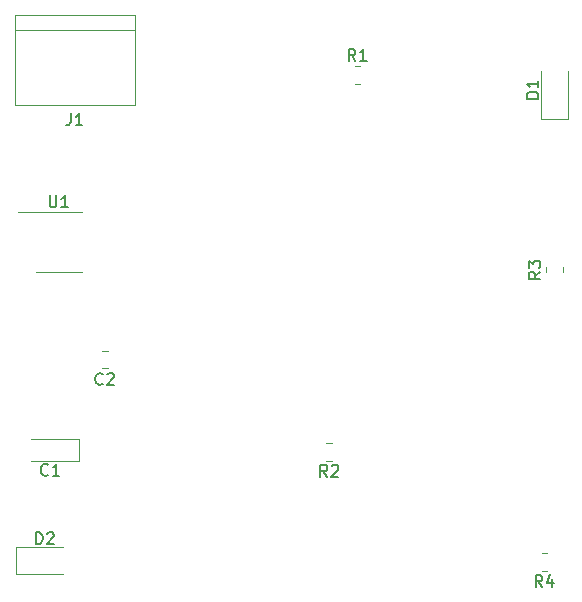
<source format=gbr>
%TF.GenerationSoftware,KiCad,Pcbnew,(6.0.11-0)*%
%TF.CreationDate,2023-03-02T14:01:40-08:00*%
%TF.ProjectId,KICAD Part Two,4b494341-4420-4506-9172-742054776f2e,rev?*%
%TF.SameCoordinates,Original*%
%TF.FileFunction,Legend,Top*%
%TF.FilePolarity,Positive*%
%FSLAX46Y46*%
G04 Gerber Fmt 4.6, Leading zero omitted, Abs format (unit mm)*
G04 Created by KiCad (PCBNEW (6.0.11-0)) date 2023-03-02 14:01:40*
%MOMM*%
%LPD*%
G01*
G04 APERTURE LIST*
%ADD10C,0.150000*%
%ADD11C,0.120000*%
G04 APERTURE END LIST*
D10*
%TO.C,C2*%
X190333333Y-111257142D02*
X190285714Y-111304761D01*
X190142857Y-111352380D01*
X190047619Y-111352380D01*
X189904761Y-111304761D01*
X189809523Y-111209523D01*
X189761904Y-111114285D01*
X189714285Y-110923809D01*
X189714285Y-110780952D01*
X189761904Y-110590476D01*
X189809523Y-110495238D01*
X189904761Y-110400000D01*
X190047619Y-110352380D01*
X190142857Y-110352380D01*
X190285714Y-110400000D01*
X190333333Y-110447619D01*
X190714285Y-110447619D02*
X190761904Y-110400000D01*
X190857142Y-110352380D01*
X191095238Y-110352380D01*
X191190476Y-110400000D01*
X191238095Y-110447619D01*
X191285714Y-110542857D01*
X191285714Y-110638095D01*
X191238095Y-110780952D01*
X190666666Y-111352380D01*
X191285714Y-111352380D01*
%TO.C,R3*%
X227402380Y-101766666D02*
X226926190Y-102100000D01*
X227402380Y-102338095D02*
X226402380Y-102338095D01*
X226402380Y-101957142D01*
X226450000Y-101861904D01*
X226497619Y-101814285D01*
X226592857Y-101766666D01*
X226735714Y-101766666D01*
X226830952Y-101814285D01*
X226878571Y-101861904D01*
X226926190Y-101957142D01*
X226926190Y-102338095D01*
X226402380Y-101433333D02*
X226402380Y-100814285D01*
X226783333Y-101147619D01*
X226783333Y-101004761D01*
X226830952Y-100909523D01*
X226878571Y-100861904D01*
X226973809Y-100814285D01*
X227211904Y-100814285D01*
X227307142Y-100861904D01*
X227354761Y-100909523D01*
X227402380Y-101004761D01*
X227402380Y-101290476D01*
X227354761Y-101385714D01*
X227307142Y-101433333D01*
%TO.C,J1*%
X187626666Y-88352380D02*
X187626666Y-89066666D01*
X187579047Y-89209523D01*
X187483809Y-89304761D01*
X187340952Y-89352380D01*
X187245714Y-89352380D01*
X188626666Y-89352380D02*
X188055238Y-89352380D01*
X188340952Y-89352380D02*
X188340952Y-88352380D01*
X188245714Y-88495238D01*
X188150476Y-88590476D01*
X188055238Y-88638095D01*
%TO.C,D2*%
X184681904Y-124832380D02*
X184681904Y-123832380D01*
X184920000Y-123832380D01*
X185062857Y-123880000D01*
X185158095Y-123975238D01*
X185205714Y-124070476D01*
X185253333Y-124260952D01*
X185253333Y-124403809D01*
X185205714Y-124594285D01*
X185158095Y-124689523D01*
X185062857Y-124784761D01*
X184920000Y-124832380D01*
X184681904Y-124832380D01*
X185634285Y-123927619D02*
X185681904Y-123880000D01*
X185777142Y-123832380D01*
X186015238Y-123832380D01*
X186110476Y-123880000D01*
X186158095Y-123927619D01*
X186205714Y-124022857D01*
X186205714Y-124118095D01*
X186158095Y-124260952D01*
X185586666Y-124832380D01*
X186205714Y-124832380D01*
%TO.C,R4*%
X227558333Y-128437380D02*
X227225000Y-127961190D01*
X226986904Y-128437380D02*
X226986904Y-127437380D01*
X227367857Y-127437380D01*
X227463095Y-127485000D01*
X227510714Y-127532619D01*
X227558333Y-127627857D01*
X227558333Y-127770714D01*
X227510714Y-127865952D01*
X227463095Y-127913571D01*
X227367857Y-127961190D01*
X226986904Y-127961190D01*
X228415476Y-127770714D02*
X228415476Y-128437380D01*
X228177380Y-127389761D02*
X227939285Y-128104047D01*
X228558333Y-128104047D01*
%TO.C,C1*%
X185713333Y-118937142D02*
X185665714Y-118984761D01*
X185522857Y-119032380D01*
X185427619Y-119032380D01*
X185284761Y-118984761D01*
X185189523Y-118889523D01*
X185141904Y-118794285D01*
X185094285Y-118603809D01*
X185094285Y-118460952D01*
X185141904Y-118270476D01*
X185189523Y-118175238D01*
X185284761Y-118080000D01*
X185427619Y-118032380D01*
X185522857Y-118032380D01*
X185665714Y-118080000D01*
X185713333Y-118127619D01*
X186665714Y-119032380D02*
X186094285Y-119032380D01*
X186380000Y-119032380D02*
X186380000Y-118032380D01*
X186284761Y-118175238D01*
X186189523Y-118270476D01*
X186094285Y-118318095D01*
%TO.C,R1*%
X211739205Y-83912380D02*
X211405872Y-83436190D01*
X211167776Y-83912380D02*
X211167776Y-82912380D01*
X211548729Y-82912380D01*
X211643967Y-82960000D01*
X211691586Y-83007619D01*
X211739205Y-83102857D01*
X211739205Y-83245714D01*
X211691586Y-83340952D01*
X211643967Y-83388571D01*
X211548729Y-83436190D01*
X211167776Y-83436190D01*
X212691586Y-83912380D02*
X212120157Y-83912380D01*
X212405872Y-83912380D02*
X212405872Y-82912380D01*
X212310633Y-83055238D01*
X212215395Y-83150476D01*
X212120157Y-83198095D01*
%TO.C,U1*%
X185843095Y-95297380D02*
X185843095Y-96106904D01*
X185890714Y-96202142D01*
X185938333Y-96249761D01*
X186033571Y-96297380D01*
X186224047Y-96297380D01*
X186319285Y-96249761D01*
X186366904Y-96202142D01*
X186414523Y-96106904D01*
X186414523Y-95297380D01*
X187414523Y-96297380D02*
X186843095Y-96297380D01*
X187128809Y-96297380D02*
X187128809Y-95297380D01*
X187033571Y-95440238D01*
X186938333Y-95535476D01*
X186843095Y-95583095D01*
%TO.C,D1*%
X227232380Y-87098095D02*
X226232380Y-87098095D01*
X226232380Y-86860000D01*
X226280000Y-86717142D01*
X226375238Y-86621904D01*
X226470476Y-86574285D01*
X226660952Y-86526666D01*
X226803809Y-86526666D01*
X226994285Y-86574285D01*
X227089523Y-86621904D01*
X227184761Y-86717142D01*
X227232380Y-86860000D01*
X227232380Y-87098095D01*
X227232380Y-85574285D02*
X227232380Y-86145714D01*
X227232380Y-85860000D02*
X226232380Y-85860000D01*
X226375238Y-85955238D01*
X226470476Y-86050476D01*
X226518095Y-86145714D01*
%TO.C,R2*%
X209343333Y-119122380D02*
X209010000Y-118646190D01*
X208771904Y-119122380D02*
X208771904Y-118122380D01*
X209152857Y-118122380D01*
X209248095Y-118170000D01*
X209295714Y-118217619D01*
X209343333Y-118312857D01*
X209343333Y-118455714D01*
X209295714Y-118550952D01*
X209248095Y-118598571D01*
X209152857Y-118646190D01*
X208771904Y-118646190D01*
X209724285Y-118217619D02*
X209771904Y-118170000D01*
X209867142Y-118122380D01*
X210105238Y-118122380D01*
X210200476Y-118170000D01*
X210248095Y-118217619D01*
X210295714Y-118312857D01*
X210295714Y-118408095D01*
X210248095Y-118550952D01*
X209676666Y-119122380D01*
X210295714Y-119122380D01*
D11*
%TO.C,C2*%
X190761252Y-109955000D02*
X190238748Y-109955000D01*
X190761252Y-108485000D02*
X190238748Y-108485000D01*
%TO.C,R3*%
X227865000Y-101827064D02*
X227865000Y-101372936D01*
X229335000Y-101827064D02*
X229335000Y-101372936D01*
%TO.C,J1*%
X182880000Y-81280000D02*
X193040000Y-81280000D01*
X193040000Y-87630000D02*
X193040000Y-80010000D01*
X182880000Y-87630000D02*
X193040000Y-87630000D01*
X182880000Y-80010000D02*
X182880000Y-87630000D01*
X193040000Y-80010000D02*
X182880000Y-80010000D01*
%TO.C,D2*%
X187020000Y-125065000D02*
X182960000Y-125065000D01*
X182960000Y-127335000D02*
X187020000Y-127335000D01*
X182960000Y-125065000D02*
X182960000Y-127335000D01*
%TO.C,R4*%
X227952064Y-127070000D02*
X227497936Y-127070000D01*
X227952064Y-125600000D02*
X227497936Y-125600000D01*
%TO.C,C1*%
X184280000Y-117765000D02*
X188365000Y-117765000D01*
X188365000Y-117765000D02*
X188365000Y-115895000D01*
X188365000Y-115895000D02*
X184280000Y-115895000D01*
%TO.C,R1*%
X211678808Y-85845000D02*
X212132936Y-85845000D01*
X211678808Y-84375000D02*
X212132936Y-84375000D01*
%TO.C,U1*%
X186605000Y-96685000D02*
X188555000Y-96685000D01*
X186605000Y-101805000D02*
X184655000Y-101805000D01*
X186605000Y-101805000D02*
X188555000Y-101805000D01*
X186605000Y-96685000D02*
X183155000Y-96685000D01*
%TO.C,D1*%
X227465000Y-84760000D02*
X227465000Y-88820000D01*
X229735000Y-88820000D02*
X229735000Y-84760000D01*
X227465000Y-88820000D02*
X229735000Y-88820000D01*
%TO.C,R2*%
X209737064Y-116285000D02*
X209282936Y-116285000D01*
X209737064Y-117755000D02*
X209282936Y-117755000D01*
%TD*%
M02*

</source>
